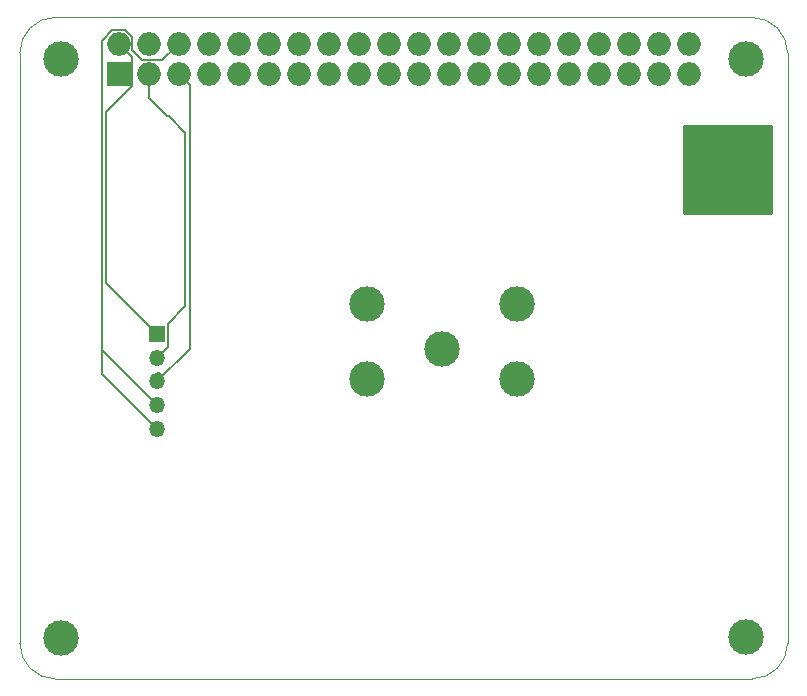
<source format=gbr>
G04 #@! TF.GenerationSoftware,KiCad,Pcbnew,(5.1.9)-1*
G04 #@! TF.CreationDate,2021-05-07T09:47:05-04:00*
G04 #@! TF.ProjectId,pigha,70696768-612e-46b6-9963-61645f706362,rev?*
G04 #@! TF.SameCoordinates,Original*
G04 #@! TF.FileFunction,Copper,L1,Top*
G04 #@! TF.FilePolarity,Positive*
%FSLAX46Y46*%
G04 Gerber Fmt 4.6, Leading zero omitted, Abs format (unit mm)*
G04 Created by KiCad (PCBNEW (5.1.9)-1) date 2021-05-07 09:47:05*
%MOMM*%
%LPD*%
G01*
G04 APERTURE LIST*
G04 #@! TA.AperFunction,Profile*
%ADD10C,0.100000*%
G04 #@! TD*
G04 #@! TA.AperFunction,ComponentPad*
%ADD11R,2.000000X2.000000*%
G04 #@! TD*
G04 #@! TA.AperFunction,ComponentPad*
%ADD12O,2.000000X2.000000*%
G04 #@! TD*
G04 #@! TA.AperFunction,WasherPad*
%ADD13C,3.000000*%
G04 #@! TD*
G04 #@! TA.AperFunction,ComponentPad*
%ADD14O,1.350000X1.350000*%
G04 #@! TD*
G04 #@! TA.AperFunction,ComponentPad*
%ADD15R,1.350000X1.350000*%
G04 #@! TD*
G04 #@! TA.AperFunction,Conductor*
%ADD16C,0.150000*%
G04 #@! TD*
%ADD17C,0.254000*%
%ADD18C,0.100000*%
G04 APERTURE END LIST*
D10*
X143546351Y-113822847D02*
X143546356Y-63817611D01*
X78546356Y-63817611D02*
X78546356Y-113817611D01*
X78546356Y-63817611D02*
G75*
G02*
X81546356Y-60817611I3000000J0D01*
G01*
X140546356Y-60817611D02*
X81546356Y-60817611D01*
X140546356Y-60817611D02*
G75*
G02*
X143546356Y-63817611I0J-3000000D01*
G01*
X143546351Y-113822847D02*
X143546351Y-113822847D01*
X81546356Y-116817611D02*
G75*
G02*
X78546356Y-113817611I0J3000000D01*
G01*
X81546356Y-116817611D02*
X140546356Y-116817611D01*
X143546351Y-113822847D02*
G75*
G02*
X140546356Y-116817611I-2999995J5236D01*
G01*
D11*
X86920000Y-65590000D03*
D12*
X86920000Y-63050000D03*
X89460000Y-65590000D03*
X89460000Y-63050000D03*
X92000000Y-65590000D03*
X92000000Y-63050000D03*
X94540000Y-65590000D03*
X94540000Y-63050000D03*
X97080000Y-65590000D03*
X97080000Y-63050000D03*
X99620000Y-65590000D03*
X99620000Y-63050000D03*
X102160000Y-65590000D03*
X102160000Y-63050000D03*
X104700000Y-65590000D03*
X104700000Y-63050000D03*
X107240000Y-65590000D03*
X107240000Y-63050000D03*
X109780000Y-65590000D03*
X109780000Y-63050000D03*
X112320000Y-65590000D03*
X112320000Y-63050000D03*
X114860000Y-65590000D03*
X114860000Y-63050000D03*
X117400000Y-65590000D03*
X117400000Y-63050000D03*
X119940000Y-65590000D03*
X119940000Y-63050000D03*
X122480000Y-65590000D03*
X122480000Y-63050000D03*
X125020000Y-65590000D03*
X125020000Y-63050000D03*
X127560000Y-65590000D03*
X127560000Y-63050000D03*
X130100000Y-65590000D03*
X130100000Y-63050000D03*
X132640000Y-65590000D03*
X132640000Y-63050000D03*
X135180000Y-65590000D03*
X135180000Y-63050000D03*
D13*
X107950000Y-91440000D03*
X107950000Y-85090000D03*
X120650000Y-91440000D03*
X120650000Y-85090000D03*
D14*
X90170000Y-95630000D03*
X90170000Y-93630000D03*
X90170000Y-91630000D03*
X90170000Y-89630000D03*
D15*
X90170000Y-87630000D03*
D13*
X114300000Y-88900000D03*
X82040000Y-64310000D03*
X140040000Y-64330000D03*
X82040000Y-113320000D03*
X140030000Y-113310000D03*
D16*
X121923967Y-85090000D02*
X121920000Y-85090000D01*
X121923967Y-91440000D02*
X121920000Y-91440000D01*
X109223967Y-85090000D02*
X109220000Y-85090000D01*
X109223967Y-91440000D02*
X109220000Y-91440000D01*
X85524989Y-88984989D02*
X85524989Y-62780009D01*
X90170000Y-93630000D02*
X85524989Y-88984989D01*
X90585001Y-64464999D02*
X92000000Y-63050000D01*
X88919999Y-64464999D02*
X90585001Y-64464999D01*
X88045001Y-63590001D02*
X88919999Y-64464999D01*
X88045001Y-62509999D02*
X88045001Y-63590001D01*
X86379999Y-61924999D02*
X87460001Y-61924999D01*
X87460001Y-61924999D02*
X88045001Y-62509999D01*
X85524989Y-62780009D02*
X86379999Y-61924999D01*
X85524989Y-90984989D02*
X85524989Y-83385011D01*
X90170000Y-95630000D02*
X85524989Y-90984989D01*
X85524989Y-83385011D02*
X85524989Y-62780009D01*
X85524989Y-86390991D02*
X85524989Y-83385011D01*
X119940000Y-63050000D02*
X119850000Y-63050000D01*
X88045001Y-64175001D02*
X86920000Y-63050000D01*
X85874999Y-68830003D02*
X88045001Y-66660001D01*
X85874999Y-83334999D02*
X85874999Y-68830003D01*
X88045001Y-66660001D02*
X88045001Y-64175001D01*
X90170000Y-87630000D02*
X85874999Y-83334999D01*
X91160003Y-69175001D02*
X90994999Y-69175001D01*
X89460000Y-67640002D02*
X89460000Y-65590000D01*
X91120001Y-86734999D02*
X92565001Y-85289999D01*
X90994999Y-69175001D02*
X89460000Y-67640002D01*
X91120001Y-88679999D02*
X91120001Y-86734999D01*
X90170000Y-89630000D02*
X91120001Y-88679999D01*
X92565001Y-85289999D02*
X92565001Y-70579999D01*
X92565001Y-70579999D02*
X91160003Y-69175001D01*
X90170000Y-90930011D02*
X90381025Y-90930011D01*
X90170000Y-91630000D02*
X90170000Y-90930011D01*
X90530507Y-91079493D02*
X90381025Y-90930011D01*
X90170000Y-91440000D02*
X90530507Y-91079493D01*
X90170000Y-91630000D02*
X90170000Y-91440000D01*
X90170000Y-91630000D02*
X90769991Y-91630000D01*
X92915011Y-66505011D02*
X92000000Y-65590000D01*
X92915011Y-88884989D02*
X92915011Y-66505011D01*
X90170000Y-91630000D02*
X92915011Y-88884989D01*
D17*
X142113000Y-77343000D02*
X134747000Y-77343000D01*
X134747000Y-69977000D01*
X142113000Y-69977000D01*
X142113000Y-77343000D01*
D18*
G36*
X142113000Y-77343000D02*
G01*
X134747000Y-77343000D01*
X134747000Y-69977000D01*
X142113000Y-69977000D01*
X142113000Y-77343000D01*
G37*
M02*

</source>
